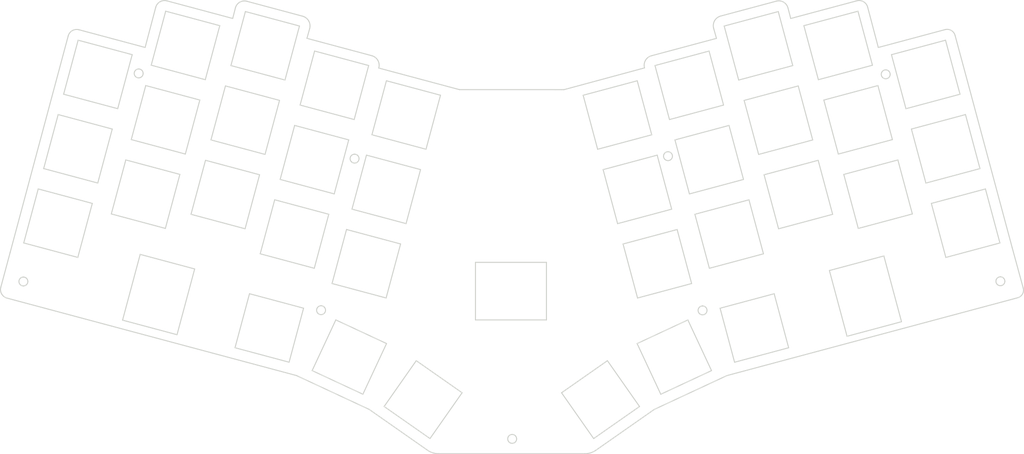
<source format=kicad_pcb>
(kicad_pcb (version 20171130) (host pcbnew "(5.1.10)-1")

  (general
    (thickness 1.6)
    (drawings 270)
    (tracks 0)
    (zones 0)
    (modules 0)
    (nets 1)
  )

  (page A4)
  (layers
    (0 F.Cu signal)
    (31 B.Cu signal)
    (32 B.Adhes user)
    (33 F.Adhes user)
    (34 B.Paste user)
    (35 F.Paste user)
    (36 B.SilkS user)
    (37 F.SilkS user)
    (38 B.Mask user)
    (39 F.Mask user)
    (40 Dwgs.User user)
    (41 Cmts.User user)
    (42 Eco1.User user)
    (43 Eco2.User user)
    (44 Edge.Cuts user)
    (45 Margin user)
    (46 B.CrtYd user)
    (47 F.CrtYd user)
    (48 B.Fab user)
    (49 F.Fab user)
  )

  (setup
    (last_trace_width 0.254)
    (trace_clearance 0.2)
    (zone_clearance 0.508)
    (zone_45_only no)
    (trace_min 0.2)
    (via_size 0.8)
    (via_drill 0.4)
    (via_min_size 0.4)
    (via_min_drill 0.3)
    (uvia_size 0.3)
    (uvia_drill 0.1)
    (uvias_allowed no)
    (uvia_min_size 0.2)
    (uvia_min_drill 0.1)
    (edge_width 0.05)
    (segment_width 0.2)
    (pcb_text_width 0.3)
    (pcb_text_size 1.5 1.5)
    (mod_edge_width 0.12)
    (mod_text_size 1 1)
    (mod_text_width 0.15)
    (pad_size 1.524 1.524)
    (pad_drill 0.762)
    (pad_to_mask_clearance 0)
    (aux_axis_origin 0 0)
    (visible_elements 7FFFFFFF)
    (pcbplotparams
      (layerselection 0x010fc_ffffffff)
      (usegerberextensions false)
      (usegerberattributes true)
      (usegerberadvancedattributes true)
      (creategerberjobfile true)
      (excludeedgelayer true)
      (linewidth 0.100000)
      (plotframeref false)
      (viasonmask false)
      (mode 1)
      (useauxorigin false)
      (hpglpennumber 1)
      (hpglpenspeed 20)
      (hpglpendiameter 15.000000)
      (psnegative false)
      (psa4output false)
      (plotreference true)
      (plotvalue true)
      (plotinvisibletext false)
      (padsonsilk false)
      (subtractmaskfromsilk false)
      (outputformat 1)
      (mirror false)
      (drillshape 0)
      (scaleselection 1)
      (outputdirectory "gerbers/"))
  )

  (net 0 "")

  (net_class Default "This is the default net class."
    (clearance 0.2)
    (trace_width 0.254)
    (via_dia 0.8)
    (via_drill 0.4)
    (uvia_dia 0.3)
    (uvia_drill 0.1)
  )

  (net_class Power ""
    (clearance 0.2)
    (trace_width 0.381)
    (via_dia 0.8)
    (via_drill 0.4)
    (uvia_dia 0.3)
    (uvia_drill 0.1)
  )

  (gr_line (start 217.859371 48.398689) (end 218.537937 50.999405) (layer Edge.Cuts) (width 0.25))
  (gr_curve (pts (xy 199.766553 51.556577) (xy 200.091278 50.985797) (xy 200.631088 50.568858) (xy 201.265399 50.398897)) (layer Edge.Cuts) (width 0.25))
  (gr_curve (pts (xy 270.999154 115.069573) (xy 270.793001 114.86342) (xy 270.513396 114.747604) (xy 270.221852 114.747604)) (layer Edge.Cuts) (width 0.25))
  (gr_line (start 237.498044 48.193679) (end 240.125389 58.154585) (layer Edge.Cuts) (width 0.25))
  (gr_line (start 240.125389 58.154585) (end 256.569591 53.748429) (layer Edge.Cuts) (width 0.25))
  (gr_curve (pts (xy 216.768435 46.962341) (xy 217.308858 47.276729) (xy 217.701527 47.793725) (xy 217.859371 48.398689)) (layer Edge.Cuts) (width 0.25))
  (gr_line (start 184.198199 60.200378) (end 200.232155 55.904145) (layer Edge.Cuts) (width 0.25))
  (gr_line (start 270.221852 114.747604) (end 270.221852 114.747604) (layer Edge.Cuts) (width 0.25))
  (gr_curve (pts (xy 240.936317 64.356226) (xy 240.766171 64.766995) (xy 240.86022 65.239811) (xy 241.174609 65.5542)) (layer Edge.Cuts) (width 0.25))
  (gr_line (start 149.872077 153.647704) (end 149.872077 153.647704) (layer Edge.Cuts) (width 0.25))
  (gr_curve (pts (xy 270.642525 116.862469) (xy 271.053293 116.692323) (xy 271.321122 116.291489) (xy 271.321122 115.846875)) (layer Edge.Cuts) (width 0.25))
  (gr_curve (pts (xy 148.856484 154.326302) (xy 148.686337 154.737072) (xy 148.780386 155.209888) (xy 149.094776 155.524277)) (layer Edge.Cuts) (width 0.25))
  (gr_line (start 196.802141 121.93758) (end 196.802141 121.93758) (layer Edge.Cuts) (width 0.25))
  (gr_curve (pts (xy 24.033677 118.990914) (xy 23.743146 118.487667) (xy 23.664467 117.889606) (xy 23.814953 117.32834)) (layer Edge.Cuts) (width 0.25))
  (gr_line (start 182.497875 63.191405) (end 182.497875 63.191403) (layer Edge.Cuts) (width 0.25))
  (gr_curve (pts (xy 182.722711 61.340408) (xy 183.042241 60.778326) (xy 183.573672 60.367717) (xy 184.198199 60.200378)) (layer Edge.Cuts) (width 0.25))
  (gr_curve (pts (xy 197.901412 123.036851) (xy 197.901412 122.42974) (xy 197.409252 121.93758) (xy 196.802141 121.93758)) (layer Edge.Cuts) (width 0.25))
  (gr_line (start 218.537937 50.999405) (end 234.815486 46.637902) (layer Edge.Cuts) (width 0.25))
  (gr_curve (pts (xy 150.971348 154.746975) (xy 150.971348 154.45543) (xy 150.855533 154.175827) (xy 150.649379 153.969673)) (layer Edge.Cuts) (width 0.25))
  (gr_curve (pts (xy 214.980583 46.723971) (xy 215.584497 46.562155) (xy 216.228013 46.647953) (xy 216.768435 46.962341)) (layer Edge.Cuts) (width 0.25))
  (gr_curve (pts (xy 25.364087 120.011698) (xy 24.802782 119.861357) (xy 24.324207 119.494161) (xy 24.033677 118.990914)) (layer Edge.Cuts) (width 0.25))
  (gr_line (start 167.794437 158.405746) (end 131.717572 158.403305) (layer Edge.Cuts) (width 0.25))
  (gr_curve (pts (xy 131.717572 158.403305) (xy 130.747539 158.40324) (xy 129.801012 158.10473) (xy 129.006445 157.548288)) (layer Edge.Cuts) (width 0.25))
  (gr_line (start 184.890555 147.478768) (end 170.50563 157.551023) (layer Edge.Cuts) (width 0.25))
  (gr_curve (pts (xy 149.872077 153.647704) (xy 149.427464 153.647704) (xy 149.02663 153.915533) (xy 148.856484 154.326302)) (layer Edge.Cuts) (width 0.25))
  (gr_curve (pts (xy 242.729213 63.999597) (xy 242.52306 63.793443) (xy 242.243456 63.677628) (xy 241.951911 63.677628)) (layer Edge.Cuts) (width 0.25))
  (gr_line (start 273.130152 107.567748) (end 275.85067 117.545101) (layer Edge.Cuts) (width 0.25))
  (gr_curve (pts (xy 275.85067 117.545101) (xy 276.132534 118.578838) (xy 275.523924 119.641084) (xy 274.491338 119.917718)) (layer Edge.Cuts) (width 0.25))
  (gr_curve (pts (xy 256.569591 53.748429) (xy 257.650077 53.458912) (xy 258.760899 54.099177) (xy 259.051973 55.179245)) (layer Edge.Cuts) (width 0.25))
  (gr_curve (pts (xy 241.174609 65.5542) (xy 241.488998 65.86859) (xy 241.961814 65.962639) (xy 242.372584 65.792492)) (layer Edge.Cuts) (width 0.25))
  (gr_curve (pts (xy 199.537249 53.436519) (xy 199.359243 52.804419) (xy 199.441827 52.127357) (xy 199.766553 51.556577)) (layer Edge.Cuts) (width 0.25))
  (gr_line (start 136.854075 68.555885) (end 162.652855 68.560965) (layer Edge.Cuts) (width 0.25))
  (gr_curve (pts (xy 150.29275 155.762569) (xy 150.70352 155.592423) (xy 150.971348 155.191589) (xy 150.971348 154.746975)) (layer Edge.Cuts) (width 0.25))
  (gr_curve (pts (xy 149.094776 155.524277) (xy 149.409165 155.838666) (xy 149.881981 155.932715) (xy 150.29275 155.762569)) (layer Edge.Cuts) (width 0.25))
  (gr_curve (pts (xy 197.222814 124.052444) (xy 197.633583 123.882298) (xy 197.901412 123.481464) (xy 197.901412 123.036851)) (layer Edge.Cuts) (width 0.25))
  (gr_curve (pts (xy 182.497875 63.191403) (xy 182.322201 62.56917) (xy 182.403181 61.90249) (xy 182.722711 61.340408)) (layer Edge.Cuts) (width 0.25))
  (gr_curve (pts (xy 241.951911 63.677628) (xy 241.507298 63.677628) (xy 241.106463 63.945456) (xy 240.936317 64.356226)) (layer Edge.Cuts) (width 0.25))
  (gr_curve (pts (xy 270.221852 114.747604) (xy 269.777238 114.747604) (xy 269.376404 115.015433) (xy 269.206257 115.426202)) (layer Edge.Cuts) (width 0.25))
  (gr_line (start 202.807717 139.122168) (end 184.890555 147.478768) (layer Edge.Cuts) (width 0.25))
  (gr_curve (pts (xy 234.815486 46.637902) (xy 235.377569 46.487295) (xy 235.976488 46.566741) (xy 236.479867 46.858681)) (layer Edge.Cuts) (width 0.25))
  (gr_line (start 162.652855 68.560965) (end 182.497875 63.191405) (layer Edge.Cuts) (width 0.25))
  (gr_curve (pts (xy 271.321122 115.846875) (xy 271.321122 115.55533) (xy 271.205307 115.275727) (xy 270.999154 115.069573)) (layer Edge.Cuts) (width 0.25))
  (gr_line (start 259.051973 55.179245) (end 262.474851 67.880245) (layer Edge.Cuts) (width 0.25))
  (gr_curve (pts (xy 242.372584 65.792492) (xy 242.783353 65.622346) (xy 243.051182 65.221512) (xy 243.051182 64.776899)) (layer Edge.Cuts) (width 0.25))
  (gr_curve (pts (xy 150.649379 153.969673) (xy 150.443226 153.76352) (xy 150.163622 153.647704) (xy 149.872077 153.647704)) (layer Edge.Cuts) (width 0.25))
  (gr_curve (pts (xy 269.206257 115.426202) (xy 269.036112 115.836972) (xy 269.130161 116.309788) (xy 269.444549 116.624177)) (layer Edge.Cuts) (width 0.25))
  (gr_curve (pts (xy 236.479867 46.858681) (xy 236.983246 47.150619) (xy 237.349632 47.631014) (xy 237.498044 48.193679)) (layer Edge.Cuts) (width 0.25))
  (gr_line (start 201.265399 50.398897) (end 214.980583 46.723971) (layer Edge.Cuts) (width 0.25))
  (gr_curve (pts (xy 243.051182 64.776899) (xy 243.051182 64.485354) (xy 242.935366 64.20575) (xy 242.729213 63.999597)) (layer Edge.Cuts) (width 0.25))
  (gr_curve (pts (xy 170.50563 157.551023) (xy 169.711024 158.107403) (xy 168.764466 158.405812) (xy 167.794437 158.405746)) (layer Edge.Cuts) (width 0.25))
  (gr_line (start 241.951911 63.677628) (end 241.951911 63.677628) (layer Edge.Cuts) (width 0.25))
  (gr_curve (pts (xy 196.024839 123.814152) (xy 196.339228 124.128542) (xy 196.812044 124.222591) (xy 197.222814 124.052444)) (layer Edge.Cuts) (width 0.25))
  (gr_line (start 262.474851 67.880245) (end 273.130152 107.567748) (layer Edge.Cuts) (width 0.25))
  (gr_line (start 200.232155 55.904145) (end 199.537249 53.436519) (layer Edge.Cuts) (width 0.25))
  (gr_line (start 188.281968 83.877714) (end 188.281968 83.877714) (layer Edge.Cuts) (width 0.25))
  (gr_curve (pts (xy 274.491338 119.917718) (xy 265.286047 122.383809) (xy 224.396053 133.338539) (xy 202.807717 139.122168)) (layer Edge.Cuts) (width 0.25))
  (gr_curve (pts (xy 269.444549 116.624177) (xy 269.758938 116.938566) (xy 270.231755 117.032615) (xy 270.642525 116.862469)) (layer Edge.Cuts) (width 0.25))
  (gr_curve (pts (xy 57.801906 63.457612) (xy 57.357292 63.457612) (xy 56.956458 63.72544) (xy 56.786312 64.13621)) (layer Edge.Cuts) (width 0.25))
  (gr_line (start 56.203992 59.930045) (end 52.630212 73.259965) (layer Edge.Cuts) (width 0.25))
  (gr_line (start 115.299632 79.698865) (end 118.870872 66.368945) (layer Edge.Cuts) (width 0.25))
  (gr_line (start 205.705852 66.193685) (end 202.134612 52.863765) (layer Edge.Cuts) (width 0.25))
  (gr_line (start 60.890292 62.531005) (end 74.220212 66.104785) (layer Edge.Cuts) (width 0.25))
  (gr_curve (pts (xy 103.861204 122.986815) (xy 103.861204 122.69527) (xy 103.745388 122.415667) (xy 103.539235 122.209513)) (layer Edge.Cuts) (width 0.25))
  (gr_curve (pts (xy 111.022013 84.487568) (xy 110.577399 84.487568) (xy 110.176565 84.755397) (xy 110.006419 85.166166)) (layer Edge.Cuts) (width 0.25))
  (gr_line (start 225.352752 66.104785) (end 221.781512 52.774865) (layer Edge.Cuts) (width 0.25))
  (gr_line (start 132.200791 69.940185) (end 128.629552 83.270105) (layer Edge.Cuts) (width 0.25))
  (gr_line (start 180.699552 66.371485) (end 184.270792 79.701405) (layer Edge.Cuts) (width 0.25))
  (gr_line (start 77.791452 52.774865) (end 74.220212 66.104785) (layer Edge.Cuts) (width 0.25))
  (gr_curve (pts (xy 103.182606 124.002409) (xy 103.593375 123.832263) (xy 103.861204 123.431429) (xy 103.861204 122.986815)) (layer Edge.Cuts) (width 0.25))
  (gr_line (start 80.537192 62.619905) (end 93.864572 66.191145) (layer Edge.Cuts) (width 0.25))
  (gr_line (start 39.300292 69.688725) (end 42.874072 56.358805) (layer Edge.Cuts) (width 0.25))
  (gr_curve (pts (xy 102.761933 121.887544) (xy 102.317319 121.887544) (xy 101.916485 122.155373) (xy 101.746339 122.566142)) (layer Edge.Cuts) (width 0.25))
  (gr_line (start 80.537192 62.619905) (end 84.108432 49.289985) (layer Edge.Cuts) (width 0.25))
  (gr_curve (pts (xy 195.786547 122.616178) (xy 195.616401 123.026947) (xy 195.71045 123.499763) (xy 196.024839 123.814152)) (layer Edge.Cuts) (width 0.25))
  (gr_curve (pts (xy 196.802141 121.93758) (xy 196.357528 121.93758) (xy 195.956693 122.205408) (xy 195.786547 122.616178)) (layer Edge.Cuts) (width 0.25))
  (gr_curve (pts (xy 29.3821 114.807548) (xy 28.774989 114.807548) (xy 28.282829 115.299709) (xy 28.282829 115.906819)) (layer Edge.Cuts) (width 0.25))
  (gr_line (start 102.761933 121.887544) (end 102.761933 121.887544) (layer Edge.Cuts) (width 0.25))
  (gr_curve (pts (xy 189.381238 84.976985) (xy 189.381238 84.369875) (xy 188.889078 83.877714) (xy 188.281968 83.877714)) (layer Edge.Cuts) (width 0.25))
  (gr_line (start 39.300292 69.688725) (end 52.630212 73.259965) (layer Edge.Cuts) (width 0.25))
  (gr_line (start 111.022013 84.487568) (end 111.022013 84.487568) (layer Edge.Cuts) (width 0.25))
  (gr_line (start 60.890292 62.531005) (end 64.461532 49.201085) (layer Edge.Cuts) (width 0.25))
  (gr_curve (pts (xy 188.70264 85.992579) (xy 189.11341 85.822433) (xy 189.381238 85.421599) (xy 189.381238 84.976985)) (layer Edge.Cuts) (width 0.25))
  (gr_curve (pts (xy 111.799315 84.809537) (xy 111.593162 84.603384) (xy 111.313558 84.487568) (xy 111.022013 84.487568)) (layer Edge.Cuts) (width 0.25))
  (gr_line (start 97.438352 52.861225) (end 84.108432 49.289985) (layer Edge.Cuts) (width 0.25))
  (gr_curve (pts (xy 188.281968 83.877714) (xy 187.837354 83.877714) (xy 187.43652 84.145543) (xy 187.266374 84.556312)) (layer Edge.Cuts) (width 0.25))
  (gr_line (start 29.3821 114.807548) (end 29.3821 114.807548) (layer Edge.Cuts) (width 0.25))
  (gr_line (start 57.801906 63.457612) (end 57.801906 63.457612) (layer Edge.Cuts) (width 0.25))
  (gr_line (start 97.438352 52.861225) (end 93.864572 66.191145) (layer Edge.Cuts) (width 0.25))
  (gr_curve (pts (xy 103.539235 122.209513) (xy 103.333082 122.00336) (xy 103.053478 121.887544) (xy 102.761933 121.887544)) (layer Edge.Cuts) (width 0.25))
  (gr_curve (pts (xy 187.504666 85.754287) (xy 187.819055 86.068676) (xy 188.291871 86.162725) (xy 188.70264 85.992579)) (layer Edge.Cuts) (width 0.25))
  (gr_curve (pts (xy 187.266374 84.556312) (xy 187.096228 84.967082) (xy 187.190276 85.439898) (xy 187.504666 85.754287)) (layer Edge.Cuts) (width 0.25))
  (gr_curve (pts (xy 28.282829 115.906819) (xy 28.282829 116.51393) (xy 28.774989 117.00609) (xy 29.3821 117.00609)) (layer Edge.Cuts) (width 0.25))
  (gr_line (start 180.699552 66.371485) (end 167.369632 69.942725) (layer Edge.Cuts) (width 0.25))
  (gr_line (start 170.940872 83.272645) (end 184.270792 79.701405) (layer Edge.Cuts) (width 0.25))
  (gr_line (start 170.940872 83.272645) (end 167.369632 69.942725) (layer Edge.Cuts) (width 0.25))
  (gr_curve (pts (xy 110.244711 86.364141) (xy 110.5591 86.67853) (xy 111.031916 86.772579) (xy 111.442686 86.602433)) (layer Edge.Cuts) (width 0.25))
  (gr_curve (pts (xy 101.984631 123.764117) (xy 102.29902 124.078506) (xy 102.771836 124.172555) (xy 103.182606 124.002409)) (layer Edge.Cuts) (width 0.25))
  (gr_line (start 246.940212 73.262505) (end 260.270131 69.691265) (layer Edge.Cuts) (width 0.25))
  (gr_curve (pts (xy 56.786312 64.13621) (xy 56.616166 64.54698) (xy 56.710215 65.019796) (xy 57.024604 65.334185)) (layer Edge.Cuts) (width 0.25))
  (gr_line (start 56.203992 59.930045) (end 42.874072 56.358805) (layer Edge.Cuts) (width 0.25))
  (gr_curve (pts (xy 58.901177 64.556883) (xy 58.901177 64.265338) (xy 58.785361 63.985735) (xy 58.579208 63.77958)) (layer Edge.Cuts) (width 0.25))
  (gr_curve (pts (xy 101.746339 122.566142) (xy 101.576193 122.976912) (xy 101.670242 123.449728) (xy 101.984631 123.764117)) (layer Edge.Cuts) (width 0.25))
  (gr_curve (pts (xy 58.579208 63.77958) (xy 58.373055 63.573428) (xy 58.093451 63.457612) (xy 57.801906 63.457612)) (layer Edge.Cuts) (width 0.25))
  (gr_line (start 256.698892 56.361345) (end 243.368972 59.932585) (layer Edge.Cuts) (width 0.25))
  (gr_curve (pts (xy 29.3821 117.00609) (xy 29.989211 117.00609) (xy 30.481371 116.51393) (xy 30.481371 115.906819)) (layer Edge.Cuts) (width 0.25))
  (gr_line (start 215.464532 49.292525) (end 219.035772 62.622445) (layer Edge.Cuts) (width 0.25))
  (gr_line (start 77.791452 52.774865) (end 64.461532 49.201085) (layer Edge.Cuts) (width 0.25))
  (gr_curve (pts (xy 58.222579 65.572477) (xy 58.633348 65.402331) (xy 58.901177 65.001497) (xy 58.901177 64.556883)) (layer Edge.Cuts) (width 0.25))
  (gr_curve (pts (xy 30.159402 115.129517) (xy 29.953249 114.923364) (xy 29.673645 114.807548) (xy 29.3821 114.807548)) (layer Edge.Cuts) (width 0.25))
  (gr_line (start 215.464532 49.292525) (end 202.134612 52.863765) (layer Edge.Cuts) (width 0.25))
  (gr_line (start 115.299632 79.698865) (end 128.629552 83.270105) (layer Edge.Cuts) (width 0.25))
  (gr_curve (pts (xy 30.481371 115.906819) (xy 30.481371 115.615274) (xy 30.365555 115.335671) (xy 30.159402 115.129517)) (layer Edge.Cuts) (width 0.25))
  (gr_curve (pts (xy 112.121284 85.586839) (xy 112.121284 85.295294) (xy 112.005468 85.015691) (xy 111.799315 84.809537)) (layer Edge.Cuts) (width 0.25))
  (gr_line (start 225.352752 66.104785) (end 238.682672 62.533545) (layer Edge.Cuts) (width 0.25))
  (gr_line (start 205.705852 66.193685) (end 219.035772 62.622445) (layer Edge.Cuts) (width 0.25))
  (gr_curve (pts (xy 110.006419 85.166166) (xy 109.836273 85.576936) (xy 109.930322 86.049752) (xy 110.244711 86.364141)) (layer Edge.Cuts) (width 0.25))
  (gr_line (start 235.111432 49.203625) (end 238.682672 62.533545) (layer Edge.Cuts) (width 0.25))
  (gr_line (start 235.111432 49.203625) (end 221.781512 52.774865) (layer Edge.Cuts) (width 0.25))
  (gr_curve (pts (xy 111.442686 86.602433) (xy 111.853455 86.432287) (xy 112.121284 86.031453) (xy 112.121284 85.586839)) (layer Edge.Cuts) (width 0.25))
  (gr_line (start 132.200791 69.940185) (end 118.870872 66.368945) (layer Edge.Cuts) (width 0.25))
  (gr_curve (pts (xy 57.024604 65.334185) (xy 57.338993 65.648574) (xy 57.811809 65.742623) (xy 58.222579 65.572477)) (layer Edge.Cuts) (width 0.25))
  (gr_line (start 251.857652 91.614005) (end 265.187571 88.042765) (layer Edge.Cuts) (width 0.25))
  (gr_line (start 261.616331 74.712845) (end 265.187571 88.042765) (layer Edge.Cuts) (width 0.25))
  (gr_line (start 127.283352 88.294225) (end 113.953432 84.722985) (layer Edge.Cuts) (width 0.25))
  (gr_line (start 29.465412 106.394265) (end 33.039192 93.064345) (layer Edge.Cuts) (width 0.25))
  (gr_line (start 127.283352 88.294225) (end 123.712112 101.624145) (layer Edge.Cuts) (width 0.25))
  (gr_line (start 193.564652 94.293705) (end 206.894572 90.722465) (layer Edge.Cuts) (width 0.25))
  (gr_line (start 185.616992 84.725525) (end 172.287072 88.296765) (layer Edge.Cuts) (width 0.25))
  (gr_line (start 51.055412 99.236545) (end 54.626652 85.906625) (layer Edge.Cuts) (width 0.25))
  (gr_line (start 105.464752 116.404405) (end 118.794672 119.975645) (layer Edge.Cuts) (width 0.25))
  (gr_line (start 122.365912 106.645725) (end 118.794672 119.975645) (layer Edge.Cuts) (width 0.25))
  (gr_line (start 55.972852 80.885045) (end 59.544092 67.555125) (layer Edge.Cuts) (width 0.25))
  (gr_line (start 72.874012 71.126365) (end 69.302772 84.456285) (layer Edge.Cuts) (width 0.25))
  (gr_line (start 198.482092 112.645205) (end 194.910852 99.315285) (layer Edge.Cuts) (width 0.25))
  (gr_line (start 261.616331 74.712845) (end 248.286412 78.284085) (layer Edge.Cuts) (width 0.25))
  (gr_line (start 92.520912 71.215265) (end 79.190992 67.641485) (layer Edge.Cuts) (width 0.25))
  (gr_line (start 175.858312 101.626685) (end 189.188232 98.055445) (layer Edge.Cuts) (width 0.25))
  (gr_line (start 75.617212 80.971405) (end 88.947132 84.545185) (layer Edge.Cuts) (width 0.25))
  (gr_line (start 230.270192 84.458825) (end 243.600112 80.887585) (layer Edge.Cuts) (width 0.25))
  (gr_line (start 46.369112 96.635585) (end 42.795332 109.965505) (layer Edge.Cuts) (width 0.25))
  (gr_line (start 87.603472 89.566765) (end 84.029692 102.896685) (layer Edge.Cuts) (width 0.25))
  (gr_line (start 210.623292 84.545185) (end 207.052052 71.217805) (layer Edge.Cuts) (width 0.25))
  (gr_line (start 198.482092 112.645205) (end 211.812012 109.073965) (layer Edge.Cuts) (width 0.25))
  (gr_line (start 51.055412 99.236545) (end 64.382792 102.807785) (layer Edge.Cuts) (width 0.25))
  (gr_line (start 230.270192 84.458825) (end 226.698952 71.128905) (layer Edge.Cuts) (width 0.25))
  (gr_line (start 67.956572 89.477865) (end 64.382792 102.807785) (layer Edge.Cuts) (width 0.25))
  (gr_line (start 70.699771 99.325445) (end 74.273552 85.995525) (layer Edge.Cuts) (width 0.25))
  (gr_line (start 75.617212 80.971405) (end 79.190992 67.641485) (layer Edge.Cuts) (width 0.25))
  (gr_line (start 110.382192 98.052905) (end 113.953432 84.722985) (layer Edge.Cuts) (width 0.25))
  (gr_line (start 220.381972 67.644025) (end 223.953212 80.973945) (layer Edge.Cuts) (width 0.25))
  (gr_line (start 175.858312 101.626685) (end 172.287072 88.296765) (layer Edge.Cuts) (width 0.25))
  (gr_line (start 215.540732 102.899225) (end 228.870652 99.327985) (layer Edge.Cuts) (width 0.25))
  (gr_line (start 190.534432 103.077025) (end 194.105672 116.406945) (layer Edge.Cuts) (width 0.25))
  (gr_line (start 220.381972 67.644025) (end 207.052052 71.217805) (layer Edge.Cuts) (width 0.25))
  (gr_line (start 185.616992 84.725525) (end 189.188232 98.055445) (layer Edge.Cuts) (width 0.25))
  (gr_line (start 203.323332 77.392545) (end 189.993412 80.963785) (layer Edge.Cuts) (width 0.25))
  (gr_line (start 180.778292 119.978185) (end 177.204512 106.648265) (layer Edge.Cuts) (width 0.25))
  (gr_line (start 193.564652 94.293705) (end 189.993412 80.963785) (layer Edge.Cuts) (width 0.25))
  (gr_line (start 210.623292 84.545185) (end 223.953212 80.973945) (layer Edge.Cuts) (width 0.25))
  (gr_line (start 70.699771 99.325445) (end 84.029692 102.896685) (layer Edge.Cuts) (width 0.25))
  (gr_line (start 240.028872 67.557665) (end 243.600112 80.887585) (layer Edge.Cuts) (width 0.25))
  (gr_line (start 251.857652 91.614005) (end 248.286412 78.284085) (layer Edge.Cuts) (width 0.25))
  (gr_line (start 225.299412 85.998065) (end 211.969492 89.569305) (layer Edge.Cuts) (width 0.25))
  (gr_line (start 46.369112 96.635585) (end 33.039192 93.064345) (layer Edge.Cuts) (width 0.25))
  (gr_line (start 105.464752 116.404405) (end 109.035992 103.074485) (layer Edge.Cuts) (width 0.25))
  (gr_line (start 29.465412 106.394265) (end 42.795332 109.965505) (layer Edge.Cuts) (width 0.25))
  (gr_line (start 208.240772 95.744045) (end 211.812012 109.073965) (layer Edge.Cuts) (width 0.25))
  (gr_line (start 67.956572 89.477865) (end 54.626652 85.906625) (layer Edge.Cuts) (width 0.25))
  (gr_line (start 122.365912 106.645725) (end 109.035992 103.074485) (layer Edge.Cuts) (width 0.25))
  (gr_line (start 51.286552 78.284085) (end 37.956632 74.710305) (layer Edge.Cuts) (width 0.25))
  (gr_line (start 55.972852 80.885045) (end 69.302772 84.456285) (layer Edge.Cuts) (width 0.25))
  (gr_line (start 110.382192 98.052905) (end 123.712112 101.624145) (layer Edge.Cuts) (width 0.25))
  (gr_line (start 246.940212 73.262505) (end 243.368972 59.932585) (layer Edge.Cuts) (width 0.25))
  (gr_line (start 34.382852 88.040225) (end 37.956632 74.710305) (layer Edge.Cuts) (width 0.25))
  (gr_line (start 92.520912 71.215265) (end 88.947132 84.545185) (layer Edge.Cuts) (width 0.25))
  (gr_line (start 203.323332 77.392545) (end 206.894572 90.722465) (layer Edge.Cuts) (width 0.25))
  (gr_line (start 240.028872 67.557665) (end 226.698952 71.128905) (layer Edge.Cuts) (width 0.25))
  (gr_line (start 208.240772 95.744045) (end 194.910852 99.315285) (layer Edge.Cuts) (width 0.25))
  (gr_line (start 180.778292 119.978185) (end 194.105672 116.406945) (layer Edge.Cuts) (width 0.25))
  (gr_line (start 87.603472 89.566765) (end 74.273552 85.995525) (layer Edge.Cuts) (width 0.25))
  (gr_line (start 190.534432 103.077025) (end 177.204512 106.648265) (layer Edge.Cuts) (width 0.25))
  (gr_line (start 256.698892 56.361345) (end 260.270131 69.691265) (layer Edge.Cuts) (width 0.25))
  (gr_line (start 34.382852 88.040225) (end 47.712772 91.611465) (layer Edge.Cuts) (width 0.25))
  (gr_line (start 51.286552 78.284085) (end 47.712772 91.611465) (layer Edge.Cuts) (width 0.25))
  (gr_line (start 72.874012 71.126365) (end 59.544092 67.555125) (layer Edge.Cuts) (width 0.25))
  (gr_line (start 186.503452 143.729725) (end 199.010412 137.897885) (layer Edge.Cuts) (width 0.25))
  (gr_line (start 186.503452 143.729725) (end 180.669072 131.222765) (layer Edge.Cuts) (width 0.25))
  (gr_line (start 104.662112 99.315285) (end 91.332192 95.741505) (layer Edge.Cuts) (width 0.25))
  (gr_line (start 204.694932 135.827785) (end 218.024852 132.256545) (layer Edge.Cuts) (width 0.25))
  (gr_line (start 118.901352 131.220225) (end 106.394392 125.388385) (layer Edge.Cuts) (width 0.25))
  (gr_line (start 92.675852 90.719925) (end 96.249632 77.390005) (layer Edge.Cuts) (width 0.25))
  (gr_line (start 97.593292 72.365885) (end 110.923212 75.939665) (layer Edge.Cuts) (width 0.25))
  (gr_line (start 198.405892 59.038505) (end 201.977132 72.368425) (layer Edge.Cuts) (width 0.25))
  (gr_line (start 118.901352 131.220225) (end 113.069512 143.727185) (layer Edge.Cuts) (width 0.25))
  (gr_line (start 109.579552 80.961245) (end 96.249632 77.390005) (layer Edge.Cuts) (width 0.25))
  (gr_line (start 92.675852 90.719925) (end 106.005772 94.291165) (layer Edge.Cuts) (width 0.25))
  (gr_line (start 67.252992 129.040905) (end 53.826552 125.444265) (layer Edge.Cuts) (width 0.25))
  (gr_line (start 140.821552 111.184705) (end 158.319612 111.184705) (layer Edge.Cuts) (width 0.25))
  (gr_line (start 87.758412 109.071425) (end 101.088332 112.642665) (layer Edge.Cuts) (width 0.25))
  (gr_line (start 71.601472 112.812844) (end 58.175032 109.216205) (layer Edge.Cuts) (width 0.25))
  (gr_line (start 245.845472 125.830345) (end 232.419032 129.426985) (layer Edge.Cuts) (width 0.25))
  (gr_line (start 140.821552 111.184705) (end 140.821552 125.385845) (layer Edge.Cuts) (width 0.25))
  (gr_line (start 245.845472 125.830345) (end 241.496992 109.602285) (layer Edge.Cuts) (width 0.25))
  (gr_line (start 214.453612 118.926625) (end 218.024852 132.256545) (layer Edge.Cuts) (width 0.25))
  (gr_line (start 244.946312 85.909165) (end 231.616392 89.480405) (layer Edge.Cuts) (width 0.25))
  (gr_line (start 204.694932 135.827785) (end 201.123692 122.497865) (layer Edge.Cuts) (width 0.25))
  (gr_line (start 87.758412 109.071425) (end 91.332192 95.741505) (layer Edge.Cuts) (width 0.25))
  (gr_line (start 235.187632 102.810325) (end 231.616392 89.480405) (layer Edge.Cuts) (width 0.25))
  (gr_line (start 256.775092 109.968045) (end 270.105012 106.396805) (layer Edge.Cuts) (width 0.25))
  (gr_line (start 81.548112 132.254005) (end 85.119352 118.924085) (layer Edge.Cuts) (width 0.25))
  (gr_line (start 215.540732 102.899225) (end 211.969492 89.569305) (layer Edge.Cuts) (width 0.25))
  (gr_line (start 225.299412 85.998065) (end 228.870652 99.327985) (layer Edge.Cuts) (width 0.25))
  (gr_line (start 235.187632 102.810325) (end 248.517552 99.239085) (layer Edge.Cuts) (width 0.25))
  (gr_line (start 193.176032 125.390925) (end 199.010412 137.897885) (layer Edge.Cuts) (width 0.25))
  (gr_line (start 244.946312 85.909165) (end 248.517552 99.239085) (layer Edge.Cuts) (width 0.25))
  (gr_line (start 256.775092 109.968045) (end 253.203852 96.638125) (layer Edge.Cuts) (width 0.25))
  (gr_line (start 118.309532 146.752325) (end 129.612532 154.666965) (layer Edge.Cuts) (width 0.25))
  (gr_line (start 97.593292 72.365885) (end 101.167072 59.035965) (layer Edge.Cuts) (width 0.25))
  (gr_line (start 241.496992 109.602285) (end 228.070552 113.198925) (layer Edge.Cuts) (width 0.25))
  (gr_line (start 173.348792 135.449325) (end 162.043252 143.366505) (layer Edge.Cuts) (width 0.25))
  (gr_line (start 198.405892 59.038505) (end 185.075972 62.612285) (layer Edge.Cuts) (width 0.25))
  (gr_line (start 53.826552 125.444265) (end 58.175032 109.216205) (layer Edge.Cuts) (width 0.25))
  (gr_line (start 169.957892 154.669505) (end 162.043252 143.366505) (layer Edge.Cuts) (width 0.25))
  (gr_line (start 188.647212 75.939665) (end 185.075972 62.612285) (layer Edge.Cuts) (width 0.25))
  (gr_line (start 114.496992 62.609745) (end 110.923212 75.939665) (layer Edge.Cuts) (width 0.25))
  (gr_line (start 158.319612 125.385845) (end 158.319612 111.184705) (layer Edge.Cuts) (width 0.25))
  (gr_line (start 266.533771 93.066885) (end 253.203852 96.638125) (layer Edge.Cuts) (width 0.25))
  (gr_line (start 137.527171 143.363965) (end 129.612532 154.666965) (layer Edge.Cuts) (width 0.25))
  (gr_line (start 81.548112 132.254005) (end 94.878032 135.825245) (layer Edge.Cuts) (width 0.25))
  (gr_line (start 266.533771 93.066885) (end 270.105012 106.396805) (layer Edge.Cuts) (width 0.25))
  (gr_line (start 158.319612 125.385845) (end 140.821552 125.385845) (layer Edge.Cuts) (width 0.25))
  (gr_line (start 98.449272 122.495325) (end 94.878032 135.825245) (layer Edge.Cuts) (width 0.25))
  (gr_line (start 67.252992 129.040905) (end 71.601472 112.812844) (layer Edge.Cuts) (width 0.25))
  (gr_line (start 232.419032 129.426985) (end 228.070552 113.198925) (layer Edge.Cuts) (width 0.25))
  (gr_line (start 137.527171 143.363965) (end 126.224172 135.446785) (layer Edge.Cuts) (width 0.25))
  (gr_line (start 188.647212 75.939665) (end 201.977132 72.368425) (layer Edge.Cuts) (width 0.25))
  (gr_line (start 100.562552 137.895345) (end 113.069512 143.727185) (layer Edge.Cuts) (width 0.25))
  (gr_line (start 114.496992 62.609745) (end 101.167072 59.035965) (layer Edge.Cuts) (width 0.25))
  (gr_line (start 100.562552 137.895345) (end 106.394392 125.388385) (layer Edge.Cuts) (width 0.25))
  (gr_line (start 104.662112 99.315285) (end 101.088332 112.642665) (layer Edge.Cuts) (width 0.25))
  (gr_line (start 98.449272 122.495325) (end 85.119352 118.924085) (layer Edge.Cuts) (width 0.25))
  (gr_line (start 118.309532 146.752325) (end 126.224172 135.446785) (layer Edge.Cuts) (width 0.25))
  (gr_line (start 169.957892 154.669505) (end 181.263432 146.754865) (layer Edge.Cuts) (width 0.25))
  (gr_line (start 173.348792 135.449325) (end 181.263432 146.754865) (layer Edge.Cuts) (width 0.25))
  (gr_line (start 193.176032 125.390925) (end 180.669072 131.222765) (layer Edge.Cuts) (width 0.25))
  (gr_line (start 109.579552 80.961245) (end 106.005772 94.291165) (layer Edge.Cuts) (width 0.25))
  (gr_line (start 214.453612 118.926625) (end 201.123692 122.497865) (layer Edge.Cuts) (width 0.25))
  (gr_curve (pts (xy 99.715301 51.601474) (xy 100.043585 52.17678) (xy 100.128186 52.859471) (xy 99.950262 53.497507)) (layer Edge.Cuts) (width 0.25))
  (gr_line (start 84.448167 46.749706) (end 98.202496 50.434613) (layer Edge.Cuts) (width 0.25))
  (gr_curve (pts (xy 82.706457 46.983617) (xy 83.232521 46.676261) (xy 83.85965 46.592037) (xy 84.448167 46.749706)) (layer Edge.Cuts) (width 0.25))
  (gr_line (start 80.976612 50.996865) (end 81.647459 48.386041) (layer Edge.Cuts) (width 0.25))
  (gr_curve (pts (xy 62.00107 48.249652) (xy 62.15357 47.671489) (xy 62.530048 47.177864) (xy 63.047292 46.877883)) (layer Edge.Cuts) (width 0.25))
  (gr_line (start 26.122772 108.720908) (end 37.392749 66.630565) (layer Edge.Cuts) (width 0.25))
  (gr_line (start 96.704292 139.119524) (end 25.364087 120.011698) (layer Edge.Cuts) (width 0.25))
  (gr_line (start 59.389152 58.152045) (end 62.00107 48.249652) (layer Edge.Cuts) (width 0.25))
  (gr_curve (pts (xy 116.766726 61.348077) (xy 117.090373 61.921886) (xy 117.169471 62.601803) (xy 116.986192 63.234585)) (layer Edge.Cuts) (width 0.25))
  (gr_curve (pts (xy 98.202496 50.434613) (xy 98.842311 50.606025) (xy 99.387017 51.026169) (xy 99.715301 51.601474)) (layer Edge.Cuts) (width 0.25))
  (gr_line (start 37.392749 66.630565) (end 40.428494 55.304986) (layer Edge.Cuts) (width 0.25))
  (gr_line (start 129.006445 157.548288) (end 114.623992 147.476124) (layer Edge.Cuts) (width 0.25))
  (gr_line (start 99.950262 53.497507) (end 99.279852 55.901605) (layer Edge.Cuts) (width 0.25))
  (gr_curve (pts (xy 63.047292 46.877883) (xy 63.564535 46.577903) (xy 64.179952 46.496269) (xy 64.757516 46.651024)) (layer Edge.Cuts) (width 0.25))
  (gr_line (start 64.757516 46.651024) (end 80.976612 50.996865) (layer Edge.Cuts) (width 0.25))
  (gr_line (start 23.814953 117.32834) (end 26.122772 108.720908) (layer Edge.Cuts) (width 0.25))
  (gr_curve (pts (xy 40.428494 55.304986) (xy 40.736877 54.15449) (xy 41.919466 53.471761) (xy 43.07 53.78)) (layer Edge.Cuts) (width 0.25))
  (gr_line (start 116.986192 63.234585) (end 136.854075 68.555885) (layer Edge.Cuts) (width 0.25))
  (gr_curve (pts (xy 81.647459 48.386041) (xy 81.799085 47.795938) (xy 82.180393 47.290974) (xy 82.706457 46.983617)) (layer Edge.Cuts) (width 0.25))
  (gr_line (start 114.623992 147.476124) (end 96.704292 139.119524) (layer Edge.Cuts) (width 0.25))
  (gr_line (start 99.279852 55.901605) (end 115.265769 60.184374) (layer Edge.Cuts) (width 0.25))
  (gr_curve (pts (xy 115.265769 60.184374) (xy 115.902117 60.354858) (xy 116.443078 60.774269) (xy 116.766726 61.348077)) (layer Edge.Cuts) (width 0.25))
  (gr_line (start 43.07 53.78) (end 59.389152 58.152045) (layer Edge.Cuts) (width 0.25))

)

</source>
